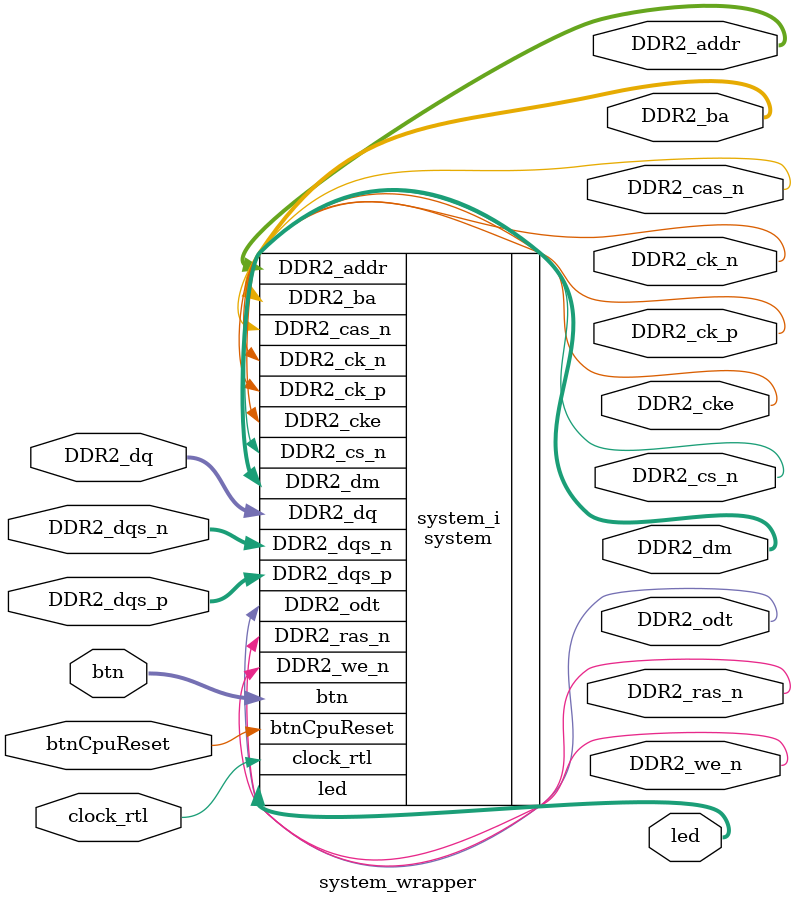
<source format=v>
`timescale 1 ps / 1 ps

module system_wrapper
   (DDR2_addr,
    DDR2_ba,
    DDR2_cas_n,
    DDR2_ck_n,
    DDR2_ck_p,
    DDR2_cke,
    DDR2_cs_n,
    DDR2_dm,
    DDR2_dq,
    DDR2_dqs_n,
    DDR2_dqs_p,
    DDR2_odt,
    DDR2_ras_n,
    DDR2_we_n,
    btn,
    btnCpuReset,
    clock_rtl,
    led);
  output [12:0]DDR2_addr;
  output [2:0]DDR2_ba;
  output DDR2_cas_n;
  output [0:0]DDR2_ck_n;
  output [0:0]DDR2_ck_p;
  output [0:0]DDR2_cke;
  output [0:0]DDR2_cs_n;
  output [1:0]DDR2_dm;
  inout [15:0]DDR2_dq;
  inout [1:0]DDR2_dqs_n;
  inout [1:0]DDR2_dqs_p;
  output [0:0]DDR2_odt;
  output DDR2_ras_n;
  output DDR2_we_n;
  input [3:0]btn;
  input btnCpuReset;
  input clock_rtl;
  output [15:0]led;

  wire [12:0]DDR2_addr;
  wire [2:0]DDR2_ba;
  wire DDR2_cas_n;
  wire [0:0]DDR2_ck_n;
  wire [0:0]DDR2_ck_p;
  wire [0:0]DDR2_cke;
  wire [0:0]DDR2_cs_n;
  wire [1:0]DDR2_dm;
  wire [15:0]DDR2_dq;
  wire [1:0]DDR2_dqs_n;
  wire [1:0]DDR2_dqs_p;
  wire [0:0]DDR2_odt;
  wire DDR2_ras_n;
  wire DDR2_we_n;
  wire [3:0]btn;
  wire btnCpuReset;
  wire clock_rtl;
  wire [15:0]led;

  system system_i
       (.DDR2_addr(DDR2_addr),
        .DDR2_ba(DDR2_ba),
        .DDR2_cas_n(DDR2_cas_n),
        .DDR2_ck_n(DDR2_ck_n),
        .DDR2_ck_p(DDR2_ck_p),
        .DDR2_cke(DDR2_cke),
        .DDR2_cs_n(DDR2_cs_n),
        .DDR2_dm(DDR2_dm),
        .DDR2_dq(DDR2_dq),
        .DDR2_dqs_n(DDR2_dqs_n),
        .DDR2_dqs_p(DDR2_dqs_p),
        .DDR2_odt(DDR2_odt),
        .DDR2_ras_n(DDR2_ras_n),
        .DDR2_we_n(DDR2_we_n),
        .btn(btn),
        .btnCpuReset(btnCpuReset),
        .clock_rtl(clock_rtl),
        .led(led));
endmodule

</source>
